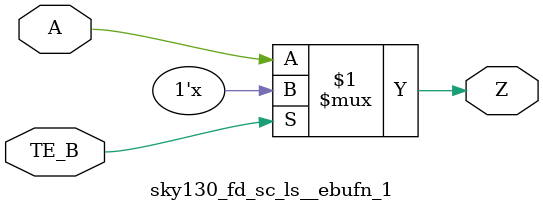
<source format=v>
/*
 * Copyright 2020 The SkyWater PDK Authors
 *
 * Licensed under the Apache License, Version 2.0 (the "License");
 * you may not use this file except in compliance with the License.
 * You may obtain a copy of the License at
 *
 *     https://www.apache.org/licenses/LICENSE-2.0
 *
 * Unless required by applicable law or agreed to in writing, software
 * distributed under the License is distributed on an "AS IS" BASIS,
 * WITHOUT WARRANTIES OR CONDITIONS OF ANY KIND, either express or implied.
 * See the License for the specific language governing permissions and
 * limitations under the License.
 *
 * SPDX-License-Identifier: Apache-2.0
*/


`ifndef SKY130_FD_SC_LS__EBUFN_1_FUNCTIONAL_V
`define SKY130_FD_SC_LS__EBUFN_1_FUNCTIONAL_V

/**
 * ebufn: Tri-state buffer, negative enable.
 *
 * Verilog simulation functional model.
 */

`timescale 1ns / 1ps
`default_nettype none

`celldefine
module sky130_fd_sc_ls__ebufn_1 (
    Z   ,
    A   ,
    TE_B
);

    // Module ports
    output Z   ;
    input  A   ;
    input  TE_B;

    //     Name     Output  Other arguments
    bufif0 bufif00 (Z     , A, TE_B        );

endmodule
`endcelldefine

`default_nettype wire
`endif  // SKY130_FD_SC_LS__EBUFN_1_FUNCTIONAL_V

</source>
